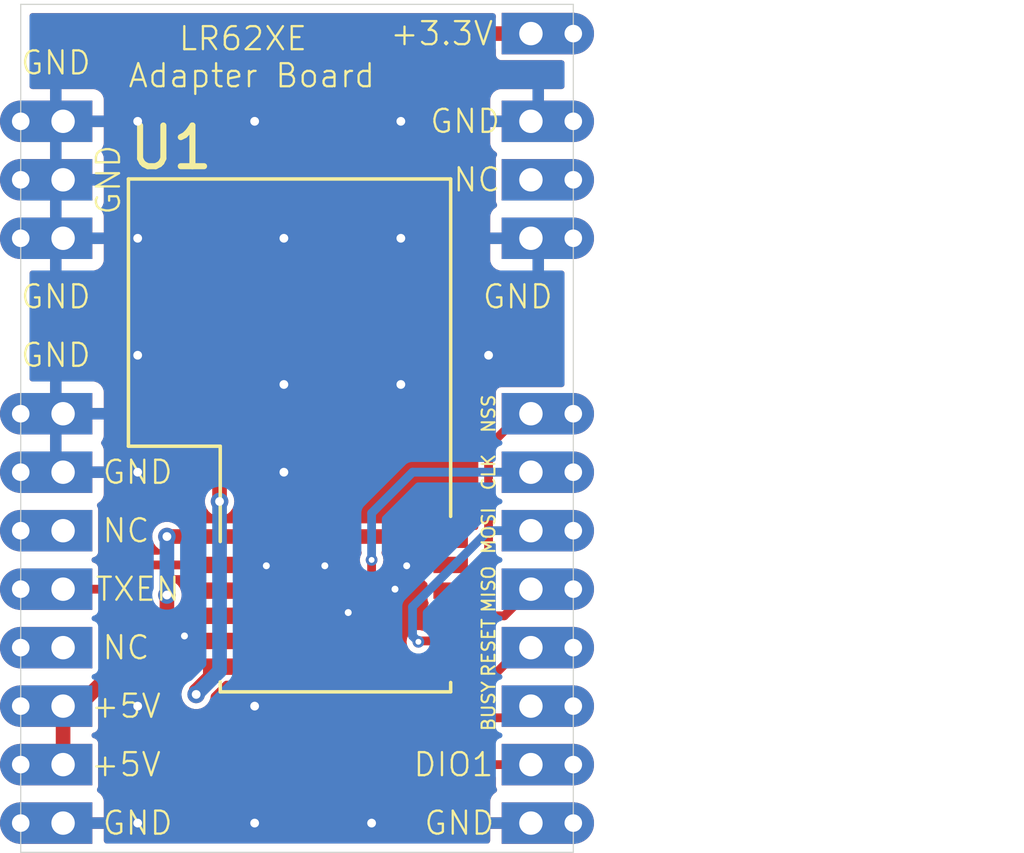
<source format=kicad_pcb>
(kicad_pcb (version 20240108) (generator "pcbnew") (generator_version "8.0")
  (layers (0 "F.Cu" signal) (31 "B.Cu" signal) (35 "F.Paste" user) (37 "F.SilkS" user "F.Silkscreen") (38 "B.Mask" user) (39 "F.Mask" user) (44 "Edge.Cuts" user))
  (net 0 "")
  (net 1 "+5V")
  (net 2 "GND")
  (net 3 "/SPI_MISO")
  (net 4 "/LORA_DIO1")
  (net 6 "/LORA_BUSY")
  (net 7 "/SPI_CLK")
  (net 8 "/~{LORA_RESET}")
  (net 9 "/LORA_TXEN")
  (net 10 "/SPI_MOSI")
  (net 11 "/SPI_NSS")
  (net 13 "+3V3")
  (footprint "LR62XEAdapter:Castellated Edges for EBYTE" (layer "F.Cu") (at 101.6 64.8 180)
    (property "Reference" "J1" (hide yes))
    (property "Value" "Conn_01x23_Socket")
    (pad "1" thru_hole rect (at 10.16 17.78 180) (size 3.175 1.8) (drill 1.016 (offset 0.3175 0)) (property pad_prop_castellated) (layers "*.Cu" "*.Mask") (net 2 "GND"))
    (pad "1" thru_hole circle (at 12 17.78 180) (size 1.8 1.8) (drill 0.762) (property pad_prop_castellated) (layers "*.Cu" "*.Mask") (net 2 "GND"))
    (pad "2" thru_hole rect (at 10.16 15.24 180) (size 3.175 1.8) (drill 1.016 (offset 0.3175 0)) (property pad_prop_castellated) (layers "*.Cu" "*.Mask") (net 2 "GND"))
    (pad "2" thru_hole circle (at 12 15.24 180) (size 1.8 1.8) (drill 0.762) (property pad_prop_castellated) (layers "*.Cu" "*.Mask") (net 2 "GND"))
    (pad "3" thru_hole rect (at 10.16 12.7 180) (size 3.175 1.8) (drill 1.016 (offset 0.3175 0)) (property pad_prop_castellated) (layers "*.Cu" "*.Mask") (net 2 "GND"))
    (pad "3" thru_hole circle (at 12 12.7 180) (size 1.8 1.8) (drill 0.762) (property pad_prop_castellated) (layers "*.Cu" "*.Mask") (net 2 "GND"))
    (pad "4" thru_hole rect (at 10.16 5.08 180) (size 3.175 1.8) (drill 1.016 (offset 0.3175 0)) (property pad_prop_castellated) (layers "*.Cu" "*.Mask") (net 2 "GND"))
    (pad "4" thru_hole circle (at 12 5.08 180) (size 1.8 1.8) (drill 0.762) (property pad_prop_castellated) (layers "*.Cu" "*.Mask") (net 2 "GND"))
    (pad "5" thru_hole rect (at 10.16 2.54 180) (size 3.175 1.8) (drill 1.016 (offset 0.3175 0)) (property pad_prop_castellated) (layers "*.Cu" "*.Mask") (net 2 "GND"))
    (pad "5" thru_hole circle (at 12 2.54 180) (size 1.8 1.8) (drill 0.762) (property pad_prop_castellated) (layers "*.Cu" "*.Mask") (net 2 "GND"))
    (pad "6" thru_hole rect (at 10.16 0 180) (size 3.175 1.8) (drill 1.016 (offset 0.3175 0)) (property pad_prop_castellated) (layers "*.Cu" "*.Mask"))
    (pad "6" thru_hole circle (at 12 0 180) (size 1.8 1.8) (drill 0.762) (property pad_prop_castellated) (layers "*.Cu" "*.Mask"))
    (pad "7" thru_hole rect (at 10.16 -2.54 180) (size 3.175 1.8) (drill 1.016 (offset 0.3175 0)) (property pad_prop_castellated) (layers "*.Cu" "*.Mask") (net 9 "/LORA_TXEN"))
    (pad "7" thru_hole circle (at 12 -2.54 180) (size 1.8 1.8) (drill 0.762) (property pad_prop_castellated) (layers "*.Cu" "*.Mask") (net 9 "/LORA_TXEN"))
    (pad "8" thru_hole rect (at 10.16 -5.08 180) (size 3.175 1.8) (drill 1.016 (offset 0.3175 0)) (property pad_prop_castellated) (layers "*.Cu" "*.Mask"))
    (pad "8" thru_hole circle (at 12 -5.08 180) (size 1.8 1.8) (drill 0.762) (property pad_prop_castellated) (layers "*.Cu" "*.Mask"))
    (pad "9" thru_hole rect (at 10.16 -7.62 180) (size 3.175 1.8) (drill 1.016 (offset 0.3175 0)) (property pad_prop_castellated) (layers "*.Cu" "*.Mask") (net 1 "+5V"))
    (pad "9" thru_hole circle (at 12 -7.62 180) (size 1.8 1.8) (drill 0.762) (property pad_prop_castellated) (layers "*.Cu" "*.Mask") (net 1 "+5V"))
    (pad "10" thru_hole rect (at 10.16 -10.16 180) (size 3.175 1.8) (drill 1.016 (offset 0.3175 0)) (property pad_prop_castellated) (layers "*.Cu" "*.Mask") (net 1 "+5V"))
    (pad "10" thru_hole circle (at 12 -10.16 180) (size 1.8 1.8) (drill 0.762) (property pad_prop_castellated) (layers "*.Cu" "*.Mask") (net 1 "+5V"))
    (pad "11" thru_hole rect (at 10.16 -12.7 180) (size 3.175 1.8) (drill 1.016 (offset 0.3175 0)) (property pad_prop_castellated) (layers "*.Cu" "*.Mask") (net 2 "GND"))
    (pad "11" thru_hole circle (at 12 -12.7 180) (size 1.8 1.8) (drill 0.762) (property pad_prop_castellated) (layers "*.Cu" "*.Mask") (net 2 "GND"))
    (pad "12" thru_hole circle (at -12 -12.7 180) (size 1.8 1.8) (drill 0.762) (property pad_prop_castellated) (layers "*.Cu" "*.Mask") (net 2 "GND"))
    (pad "12" thru_hole rect (at -10.16 -12.7 180) (size 3.175 1.8) (drill 1.016 (offset -0.3175 0)) (property pad_prop_castellated) (layers "*.Cu" "*.Mask") (net 2 "GND"))
    (pad "13" thru_hole circle (at -12 -10.16 180) (size 1.8 1.8) (drill 0.762) (property pad_prop_castellated) (layers "*.Cu" "*.Mask") (net 4 "/LORA_DIO1"))
    (pad "13" thru_hole rect (at -10.16 -10.16 180) (size 3.175 1.8) (drill 1.016 (offset -0.3175 0)) (property pad_prop_castellated) (layers "*.Cu" "*.Mask") (net 4 "/LORA_DIO1"))
    (pad "14" thru_hole circle (at -12 -7.62 180) (size 1.8 1.8) (drill 0.762) (property pad_prop_castellated) (layers "*.Cu" "*.Mask") (net 6 "/LORA_BUSY"))
    (pad "14" thru_hole rect (at -10.16 -7.62 180) (size 3.175 1.8) (drill 1.016 (offset -0.3175 0)) (property pad_prop_castellated) (layers "*.Cu" "*.Mask") (net 6 "/LORA_BUSY"))
    (pad "15" thru_hole circle (at -12 -5.08 180) (size 1.8 1.8) (drill 0.762) (property pad_prop_castellated) (layers "*.Cu" "*.Mask") (net 8 "/~{LORA_RESET}"))
    (pad "15" thru_hole rect (at -10.16 -5.08 180) (size 3.175 1.8) (drill 1.016 (offset -0.3175 0)) (property pad_prop_castellated) (layers "*.Cu" "*.Mask") (net 8 "/~{LORA_RESET}"))
    (pad "16" thru_hole circle (at -12 -2.54 180) (size 1.8 1.8) (drill 0.762) (property pad_prop_castellated) (layers "*.Cu" "*.Mask") (net 3 "/SPI_MISO"))
    (pad "16" thru_hole rect (at -10.16 -2.54 180) (size 3.175 1.8) (drill 1.016 (offset -0.3175 0)) (property pad_prop_castellated) (layers "*.Cu" "*.Mask") (net 3 "/SPI_MISO"))
    (pad "17" thru_hole circle (at -12 0 180) (size 1.8 1.8) (drill 0.762) (property pad_prop_castellated) (layers "*.Cu" "*.Mask") (net 10 "/SPI_MOSI"))
    (pad "17" thru_hole rect (at -10.16 0 180) (size 3.175 1.8) (drill 1.016 (offset -0.3175 0)) (property pad_prop_castellated) (layers "*.Cu" "*.Mask") (net 10 "/SPI_MOSI"))
    (pad "18" thru_hole circle (at -12 2.54 180) (size 1.8 1.8) (drill 0.762) (property pad_prop_castellated) (layers "*.Cu" "*.Mask") (net 7 "/SPI_CLK"))
    (pad "18" thru_hole rect (at -10.16 2.54 180) (size 3.175 1.8) (drill 1.016 (offset -0.3175 0)) (property pad_prop_castellated) (layers "*.Cu" "*.Mask") (net 7 "/SPI_CLK"))
    (pad "19" thru_hole circle (at -12 5.08 180) (size 1.8 1.8) (drill 0.762) (property pad_prop_castellated) (layers "*.Cu" "*.Mask") (net 11 "/SPI_NSS"))
    (pad "19" thru_hole rect (at -10.16 5.08 180) (size 3.175 1.8) (drill 1.016 (offset -0.3175 0)) (property pad_prop_castellated) (layers "*.Cu" "*.Mask") (net 11 "/SPI_NSS"))
    (pad "20" thru_hole circle (at -12 12.7 180) (size 1.8 1.8) (drill 0.762) (property pad_prop_castellated) (layers "*.Cu" "*.Mask") (net 2 "GND"))
    (pad "20" thru_hole rect (at -10.16 12.7 180) (size 3.175 1.8) (drill 1.016 (offset -0.3175 0)) (property pad_prop_castellated) (layers "*.Cu" "*.Mask") (net 2 "GND"))
    (pad "21" thru_hole circle (at -12 15.24 180) (size 1.8 1.8) (drill 0.762) (property pad_prop_castellated) (layers "*.Cu" "*.Mask"))
    (pad "21" thru_hole rect (at -10.16 15.24 180) (size 3.175 1.8) (drill 1.016 (offset -0.3175 0)) (property pad_prop_castellated) (layers "*.Cu" "*.Mask"))
    (pad "22" thru_hole circle (at -12 17.78 180) (size 1.8 1.8) (drill 0.762) (property pad_prop_castellated) (layers "*.Cu" "*.Mask") (net 2 "GND"))
    (pad "22" thru_hole rect (at -10.16 17.78 180) (size 3.175 1.8) (drill 1.016 (offset -0.3175 0)) (property pad_prop_castellated) (layers "*.Cu" "*.Mask") (net 2 "GND"))
    (pad "23" thru_hole circle (at -12 21.59 180) (size 1.8 1.8) (drill 0.762) (property pad_prop_castellated) (layers "*.Cu" "*.Mask") (net 13 "+3V3"))
    (pad "23" thru_hole rect (at -10.16 21.59 180) (size 3.175 1.8) (drill 1.016 (offset -0.3175 0)) (property pad_prop_castellated) (layers "*.Cu" "*.Mask") (net 13 "+3V3"))
  )
  (footprint "LR62XEAdapter:LR62XE" (layer "F.Cu") (at 98.26605 71.7995)
    (property "Reference" "U1" (at -4.07619 -22.600159 0) (layer "F.SilkS") (effects (font (size 1.76784 1.76784) (thickness 0.26416)) (justify left bottom)))
    (property "Value" "LR62XE")
    (fp_line (start -3.9878 -22.2758) (end 10.0076 -22.2758) (stroke (width 0.1524)) (layer "F.SilkS"))
    (fp_line (start -3.9878 -10.668) (end -3.9878 -22.2758) (stroke (width 0.1524)) (layer "F.SilkS"))
    (fp_line (start -3.9878 -10.668) (end 0 -10.668) (stroke (width 0.1524)) (layer "F.SilkS"))
    (fp_line (start 0 -6.5278) (end 0 -10.668) (stroke (width 0.1524)) (layer "F.SilkS"))
    (fp_line (start 0 0) (end 0 -0.4318) (stroke (width 0.1524)) (layer "F.SilkS"))
    (fp_line (start 0 0) (end 10.0076 0) (stroke (width 0.1524)) (layer "F.SilkS"))
    (fp_line (start 10.0076 -7.62) (end 10.0076 -22.2758) (stroke (width 0.1524)) (layer "F.SilkS"))
    (fp_line (start 10.0076 0) (end 10.0076 -0.4064) (stroke (width 0.1524)) (layer "F.SilkS"))
    (pad "1" smd rect (at 0 -5.5118) (size 1.4986 0.7112) (layers "F.Cu" "F.Paste" "F.Mask") (net 9 "/LORA_TXEN"))
    (pad "2" smd rect (at 0 -4.3942) (size 1.4986 0.7112) (layers "F.Cu" "F.Paste" "F.Mask") (net 8 "/~{LORA_RESET}"))
    (pad "3" smd rect (at 0 -3.302) (size 1.4986 0.7112) (layers "F.Cu" "F.Paste" "F.Mask") (net 6 "/LORA_BUSY"))
    (pad "4" smd rect (at 0 -2.2098) (size 1.4986 0.7112) (layers "F.Cu" "F.Paste" "F.Mask") (net 4 "/LORA_DIO1"))
    (pad "5" smd rect (at 0 -1.0922) (size 1.4986 0.7112) (layers "F.Cu" "F.Paste" "F.Mask") (net 13 "+3V3"))
    (pad "6" smd rect (at 10.0076 -1.0922) (size 1.4986 0.7112) (layers "F.Cu" "F.Paste" "F.Mask") (net 7 "/SPI_CLK"))
    (pad "7" smd rect (at 10.0076 -2.2098) (size 1.4986 0.7112) (layers "F.Cu" "F.Paste" "F.Mask") (net 10 "/SPI_MOSI"))
    (pad "8" smd rect (at 10.0076 -3.302) (size 1.4986 0.7112) (layers "F.Cu" "F.Paste" "F.Mask") (net 3 "/SPI_MISO"))
    (pad "9" smd rect (at 10.0076 -4.3942) (size 1.4986 0.7112) (layers "F.Cu" "F.Paste" "F.Mask") (net 11 "/SPI_NSS"))
    (pad "10" smd rect (at 10.0076 -5.5118) (size 1.4986 0.7112) (layers "F.Cu" "F.Paste" "F.Mask") (net 2 "GND"))
    (pad "11" smd rect (at 10.0076 -6.604) (size 1.4986 0.7112) (layers "F.Cu" "F.Paste" "F.Mask") (net 1 "+5V"))
    (pad "12" smd rect (at 4.9022 -16.7386) (size 2.9972 2.9972) (layers "F.Cu" "F.Paste" "F.Mask") (net 2 "GND"))
  )
  (gr_line (start 89.6 41.94) (end 89.6 78.77) (stroke (width 0.05)) (layer "Edge.Cuts"))
  (gr_line (start 89.6 78.77) (end 113.6 78.77) (stroke (width 0.05)) (layer "Edge.Cuts"))
  (gr_line (start 113.6 78.77) (end 113.6 41.94) (stroke (width 0.05)) (layer "Edge.Cuts"))
  (gr_line (start 113.6 41.94) (end 89.6 41.94) (stroke (width 0.05)) (layer "Edge.Cuts"))
  (gr_text "BUSY" (at 109.92 72.42 90) (layer "F.SilkS") (effects (font (size 0.5588 0.5588) (thickness 0.0889))))
  (gr_text "NC" (at 94.172 69.88 0) (layer "F.SilkS") (effects (font (size 1 1) (thickness 0.1))))
  (gr_text "GND" (at 111.19 54.64 0) (layer "F.SilkS") (effects (font (size 1 1) (thickness 0.1))))
  (gr_text "RESET" (at 109.92 69.88 90) (layer "F.SilkS") (effects (font (size 0.5588 0.5588) (thickness 0.0889))))
  (gr_text "GND" (at 108.904 47.02 0) (layer "F.SilkS") (effects (font (size 1 1) (thickness 0.1))))
  (gr_text "MISO\n" (at 109.92 67.34 90) (layer "F.SilkS") (effects (font (size 0.5588 0.5588) (thickness 0.0889))))
  (gr_text "LR62XE \nAdapter Board" (at 99.633 45.623 0) (layer "F.SilkS") (effects (font (size 1 1) (thickness 0.1)) (justify bottom)))
  (gr_text "GND" (at 91.124 54.64 0) (layer "F.SilkS") (effects (font (size 1 1) (thickness 0.1))))
  (gr_text "MOSI" (at 109.92 64.8 90) (layer "F.SilkS") (effects (font (size 0.5588 0.5588) (thickness 0.0889))))
  (gr_text "GND" (at 91.124 57.18 0) (layer "F.SilkS") (effects (font (size 1 1) (thickness 0.1))))
  (gr_text "GND" (at 94.68 62.26 0) (layer "F.SilkS") (effects (font (size 1 1) (thickness 0.1))))
  (gr_text "GND" (at 108.65 77.5 0) (layer "F.SilkS") (effects (font (size 1 1) (thickness 0.1))))
  (gr_text "NSS" (at 109.92 59.72 90) (layer "F.SilkS") (effects (font (size 0.5588 0.5588) (thickness 0.0889))))
  (gr_text "TXEN" (at 94.68 67.34 0) (layer "F.SilkS") (effects (font (size 1 1) (thickness 0.1))))
  (gr_text "GND" (at 91.124 44.48 0) (layer "F.SilkS") (effects (font (size 1 1) (thickness 0.1))))
  (gr_text "+5V" (at 94.172 72.42 0) (layer "F.SilkS") (effects (font (size 1 1) (thickness 0.1))))
  (gr_text "NC" (at 109.412 49.56 0) (layer "F.SilkS") (effects (font (size 1 1) (thickness 0.1))))
  (gr_text "GND" (at 94.68 77.5 0) (layer "F.SilkS") (effects (font (size 1 1) (thickness 0.1))))
  (gr_text "NC" (at 94.172 64.8 0) (layer "F.SilkS") (effects (font (size 1 1) (thickness 0.1))))
  (gr_text "CLK" (at 109.92 62.26 90) (layer "F.SilkS") (effects (font (size 0.5588 0.5588) (thickness 0.0889))))
  (gr_text "GND" (at 93.41 49.56 90) (layer "F.SilkS") (effects (font (size 1 1) (thickness 0.1))))
  (gr_text "+5V" (at 94.172 74.96 0) (layer "F.SilkS") (effects (font (size 1 1) (thickness 0.1))))
  (gr_text "DIO1" (at 108.396 74.96 0) (layer "F.SilkS") (effects (font (size 1 1) (thickness 0.1))))
  (gr_text "+3.3V" (at 107.888 43.21 0) (layer "F.SilkS") (effects (font (size 1 1) (thickness 0.1))))
  (segment (start 92.105 72.42) (end 95.95 68.575) (width 0.635) (layer "F.Cu") (net 1))
  (segment (start 95.95 68.575) (end 95.95 67.594) (width 0.635) (layer "F.Cu") (net 1))
  (segment (start 91.44 72.42) (end 92.105 72.42) (width 0.635) (layer "F.Cu") (net 1))
  (segment (start 95.95 65.054) (end 108.13215 65.054) (width 0.635) (layer "F.Cu") (net 1))
  (segment (start 108.13215 65.054) (end 108.27365 65.1955) (width 0.635) (layer "F.Cu") (net 1))
  (segment (start 91.44 74.96) (end 91.44 72.42) (width 0.635) (layer "F.Cu") (net 1))
  (via (at 95.95 65.054) (size 0.762) (drill 0.381) (layers "F.Cu" "B.Cu") (net 1))
  (via (at 95.95 67.594) (size 0.762) (drill 0.381) (layers "F.Cu" "B.Cu") (net 1))
  (segment (start 95.95 67.594) (end 95.95 65.054) (width 0.635) (layer "B.Cu") (net 1))
  (via (at 99.76 77.5) (size 0.762) (drill 0.381) (layers "F.Cu" "B.Cu") (net 2))
  (via (at 96.712 69.372) (size 0.6) (drill 0.3) (layers "F.Cu" "B.Cu") (net 2))
  (via (at 106.364 66.324) (size 0.6) (drill 0.3) (layers "F.Cu" "B.Cu") (net 2))
  (via (at 106.11 52.1) (size 0.762) (drill 0.381) (layers "F.Cu" "B.Cu") (net 2))
  (via (at 94.68 77.5) (size 0.762) (drill 0.381) (layers "F.Cu" "B.Cu") (net 2))
  (via (at 94.68 52.1) (size 0.762) (drill 0.381) (layers "F.Cu" "B.Cu") (net 2))
  (via (at 100.268 66.324) (size 0.6) (drill 0.3) (layers "F.Cu" "B.Cu") (net 2))
  (via (at 99.76 72.42) (size 0.762) (drill 0.381) (layers "F.Cu" "B.Cu") (net 2))
  (via (at 94.68 57.18) (size 0.762) (drill 0.381) (layers "F.Cu" "B.Cu") (net 2))
  (via (at 94.68 62.26) (size 0.762) (drill 0.381) (layers "F.Cu" "B.Cu") (net 2))
  (via (at 106.11 47.02) (size 0.762) (drill 0.381) (layers "F.Cu" "B.Cu") (net 2))
  (via (at 106.11 58.45) (size 0.762) (drill 0.381) (layers "F.Cu" "B.Cu") (net 2))
  (via (at 94.68 72.42) (size 0.762) (drill 0.381) (layers "F.Cu" "B.Cu") (net 2))
  (via (at 101.03 62.26) (size 0.762) (drill 0.381) (layers "F.Cu" "B.Cu") (net 2))
  (via (at 102.808 66.324) (size 0.6) (drill 0.3) (layers "F.Cu" "B.Cu") (net 2))
  (via (at 105.856 67.34) (size 0.6) (drill 0.3) (layers "F.Cu" "B.Cu") (net 2))
  (via (at 103.824 68.356) (size 0.6) (drill 0.3) (layers "F.Cu" "B.Cu") (net 2))
  (via (at 99.76 47.02) (size 0.762) (drill 0.381) (layers "F.Cu" "B.Cu") (net 2))
  (via (at 94.68 47.02) (size 0.762) (drill 0.381) (layers "F.Cu" "B.Cu") (net 2))
  (via (at 104.84 77.5) (size 0.762) (drill 0.381) (layers "F.Cu" "B.Cu") (net 2))
  (via (at 101.03 58.45) (size 0.762) (drill 0.381) (layers "F.Cu" "B.Cu") (net 2))
  (via (at 101.03 52.1) (size 0.762) (drill 0.381) (layers "F.Cu" "B.Cu") (net 2))
  (via (at 109.92 57.18) (size 0.762) (drill 0.381) (layers "F.Cu" "B.Cu") (net 2))
  (segment (start 110.6025 68.4975) (end 111.76 67.34) (width 0.381) (layer "F.Cu") (net 3))
  (segment (start 108.27365 68.4975) (end 110.6025 68.4975) (width 0.381) (layer "F.Cu") (net 3))
  (segment (start 98.26605 69.5897) (end 99.2157 69.5897) (width 0.381) (layer "F.Cu") (net 4))
  (segment (start 99.2157 69.5897) (end 104.586 74.96) (width 0.381) (layer "F.Cu") (net 4))
  (segment (start 104.586 74.96) (end 111.76 74.96) (width 0.381) (layer "F.Cu") (net 4))
  (segment (start 111.252 72.928) (end 111.76 72.42) (width 0.381) (layer "F.Cu") (net 6))
  (segment (start 98.26605 68.4975) (end 99.9015 68.4975) (width 0.381) (layer "F.Cu") (net 6))
  (segment (start 99.9015 68.4975) (end 104.332 72.928) (width 0.381) (layer "F.Cu") (net 6))
  (segment (start 104.332 72.928) (end 111.252 72.928) (width 0.381) (layer "F.Cu") (net 6))
  (segment (start 106.1753 70.7073) (end 104.84 69.372) (width 0.381) (layer "F.Cu") (net 7))
  (segment (start 108.27365 70.7073) (end 106.1753 70.7073) (width 0.381) (layer "F.Cu") (net 7))
  (segment (start 104.84 69.372) (end 104.84 66.07) (width 0.381) (layer "F.Cu") (net 7))
  (via (at 104.84 66.07) (size 0.508) (drill 0.254) (layers "F.Cu" "B.Cu") (net 7))
  (segment (start 104.84 64.038) (end 106.618 62.26) (width 0.381) (layer "B.Cu") (net 7))
  (segment (start 106.618 62.26) (end 111.76 62.26) (width 0.381) (layer "B.Cu") (net 7))
  (segment (start 104.84 66.07) (end 104.84 64.038) (width 0.381) (layer "B.Cu") (net 7))
  (segment (start 105.275 71.839) (end 109.39 71.839) (width 0.381) (layer "F.Cu") (net 8))
  (segment (start 98.26605 67.4053) (end 100.8413 67.4053) (width 0.381) (layer "F.Cu") (net 8))
  (segment (start 100.8413 67.4053) (end 105.275 71.839) (width 0.381) (layer "F.Cu") (net 8))
  (segment (start 111.349 69.88) (end 111.76 69.88) (width 0.381) (layer "F.Cu") (net 8))
  (segment (start 109.39 71.839) (end 111.349 69.88) (width 0.381) (layer "F.Cu") (net 8))
  (segment (start 93.918 67.34) (end 91.44 67.34) (width 0.381) (layer "F.Cu") (net 9))
  (segment (start 98.26605 66.2877) (end 94.9703 66.2877) (width 0.381) (layer "F.Cu") (net 9))
  (segment (start 94.9703 66.2877) (end 93.918 67.34) (width 0.381) (layer "F.Cu") (net 9))
  (segment (start 108.27365 69.5897) (end 106.9083 69.5897) (width 0.381) (layer "F.Cu") (net 10))
  (segment (start 106.9083 69.5897) (end 106.872 69.626) (width 0.381) (layer "F.Cu") (net 10))
  (via (at 106.872 69.626) (size 0.508) (drill 0.254) (layers "F.Cu" "B.Cu") (net 10))
  (segment (start 111.76 64.8) (end 109.92 64.8) (width 0.381) (layer "B.Cu") (net 10))
  (segment (start 109.92 64.8) (end 106.618 68.102) (width 0.381) (layer "B.Cu") (net 10))
  (segment (start 106.618 69.372) (end 106.872 69.626) (width 0.381) (layer "B.Cu") (net 10))
  (segment (start 106.618 68.102) (end 106.618 69.372) (width 0.381) (layer "B.Cu") (net 10))
  (segment (start 109.92 61.149) (end 111.349 59.72) (width 0.381) (layer "F.Cu") (net 11))
  (segment (start 109.40395 67.4053) (end 109.92 66.88925) (width 0.381) (layer "F.Cu") (net 11))
  (segment (start 108.27365 67.4053) (end 109.40395 67.4053) (width 0.381) (layer "F.Cu") (net 11))
  (segment (start 109.92 66.88925) (end 109.92 61.149) (width 0.381) (layer "F.Cu") (net 11))
  (segment (start 111.349 59.72) (end 111.76 59.72) (width 0.381) (layer "F.Cu") (net 11))
  (segment (start 98.236 52.608) (end 98.236 63.53) (width 0.635) (layer "F.Cu") (net 13))
  (segment (start 97.22 71.912) (end 97.22 71.75335) (width 0.635) (layer "F.Cu") (net 13))
  (segment (start 97.22 71.75335) (end 98.26605 70.7073) (width 0.635) (layer "F.Cu") (net 13))
  (segment (start 107.634 43.21) (end 98.236 52.608) (width 0.635) (layer "F.Cu") (net 13))
  (segment (start 111.76 43.21) (end 107.634 43.21) (width 0.635) (layer "F.Cu") (net 13))
  (via (at 97.22 71.912) (size 0.762) (drill 0.381) (layers "F.Cu" "B.Cu") (net 13))
  (via (at 98.236 63.53) (size 0.762) (drill 0.381) (layers "F.Cu" "B.Cu") (net 13))
  (segment (start 98.236 70.896) (end 97.22 71.912) (width 0.635) (layer "B.Cu") (net 13))
  (segment (start 98.236 63.53) (end 98.236 70.896) (width 0.635) (layer "B.Cu") (net 13))
  (zone (net 2) (net_name "GND") (layers "F&B.Cu") (connect_pads (clearance 0.254)) (min_thickness 0.254) (fill yes (thermal_gap 0.5) (thermal_bridge_width 0.5))
    (polygon (pts (xy 89.6 41.96) (xy 113.6 41.96) (xy 113.6 78.77) (xy 89.6 78.77)))
  )
)
</source>
